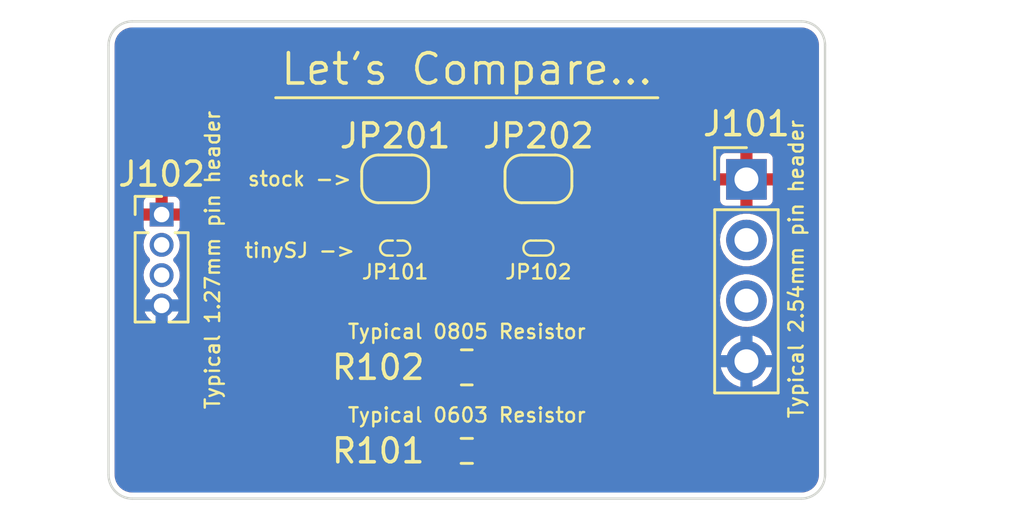
<source format=kicad_pcb>
(kicad_pcb (version 20211014) (generator pcbnew)
  (layers (0 "F.Cu" signal) (31 "B.Cu" signal) (34 "B.Paste" user) (35 "F.Paste" user) (36 "B.SilkS" user "B.Silkscreen") (37 "F.SilkS" user "F.Silkscreen") (38 "B.Mask" user) (39 "F.Mask" user) (44 "Edge.Cuts" user))
  (net 0 "")
  (net 9 "Vcc")
  (net 10 "GND")
  (footprint "Resistor_SMD:R_0603_1608Metric" (layer "F.Cu") (at 100 108)
    (fp_text reference "R101" (at -3.7084 0) (layer "F.SilkS"))
    (fp_text value "R")
    (fp_line (start -0.237258 -0.5225) (end 0.237258 -0.5225) (layer "F.SilkS") (width 0.12))
    (fp_line (start -0.237258 0.5225) (end 0.237258 0.5225) (layer "F.SilkS") (width 0.12))
    (pad "1" smd roundrect (at -0.825 0) (size 0.8 0.95) (layers "F.Cu" "F.Paste" "F.Mask"))
    (pad "2" smd roundrect (at 0.825 0) (size 0.8 0.95) (layers "F.Cu" "F.Paste" "F.Mask"))
  )
  (footprint "Customs:tinySJ-Bridged" (layer "F.Cu") (at 97 99.5)
    (fp_text reference "JP101" (at 0 1) (layer "F.SilkS") (effects (font (size 0.6 0.6) (thickness 0.1))))
    (fp_text value "Jumper_2_Bridged" hide)
    (fp_poly (pts (xy -0.407505 -0.119217) (xy 0.433517 -0.119216) (xy 0.433517 0.123553) (xy -0.407505 0.123552)) (layer "F.Cu") (width 0) (fill solid))
    (fp_line (start -0.1 0.314) (end -0.314 0.314) (layer "F.SilkS") (width 0.1))
    (fp_line (start -0.314 -0.314) (end -0.1 -0.314) (layer "F.SilkS") (width 0.1))
    (fp_line (start 0.314 0.314) (end 0.1 0.314) (layer "F.SilkS") (width 0.1))
    (fp_line (start 0.1 -0.314) (end 0.314 -0.314) (layer "F.SilkS") (width 0.1))
    (fp_arc (start -0.314 0.314) (mid -0.628 0) (end -0.314 -0.314) (layer "F.SilkS") (width 0.1))
    (fp_arc (start 0.314 -0.314) (mid 0.628 0) (end 0.314 0.314) (layer "F.SilkS") (width 0.1))
    (pad "1" smd circle (at -0.314 0) (size 0.5 0.5) (layers "F.Cu" "F.Mask"))
    (pad "1" smd rect (at -0.189 0) (size 0.25 0.5) (layers "F.Cu" "F.Mask"))
    (pad "2" smd rect (at 0.189 0) (size 0.25 0.5) (layers "F.Cu" "F.Mask"))
    (pad "2" smd circle (at 0.314 0) (size 0.5 0.5) (layers "F.Cu" "F.Mask"))
  )
  (footprint "Connector_PinHeader_1.27mm:PinHeader_1x04_P1.27mm_Vertical" (layer "F.Cu") (at 87.2236 98.095)
    (fp_text reference "J102" (at 0 -1.695) (layer "F.SilkS"))
    (fp_text value "Conn_01x04_Male")
    (fp_line (start -1.11 0.76) (end -1.11 4.505) (layer "F.SilkS") (width 0.12))
    (fp_line (start 0.563471 0.76) (end 1.11 0.76) (layer "F.SilkS") (width 0.12))
    (fp_line (start -1.11 -0.76) (end 0 -0.76) (layer "F.SilkS") (width 0.12))
    (fp_line (start 1.11 0.76) (end 1.11 4.505) (layer "F.SilkS") (width 0.12))
    (fp_line (start -1.11 0) (end -1.11 -0.76) (layer "F.SilkS") (width 0.12))
    (fp_line (start 0.30753 4.505) (end 1.11 4.505) (layer "F.SilkS") (width 0.12))
    (fp_line (start -1.11 4.505) (end -0.30753 4.505) (layer "F.SilkS") (width 0.12))
    (fp_line (start -1.11 0.76) (end -0.563471 0.76) (layer "F.SilkS") (width 0.12))
    (pad "1" thru_hole rect (at 0 0) (size 1 1) (drill 0.65) (layers *.Cu *.Mask) (net 9 "Vcc"))
    (pad "2" thru_hole oval (at 0 1.27) (size 1 1) (drill 0.65) (layers *.Cu *.Mask))
    (pad "3" thru_hole oval (at 0 2.54) (size 1 1) (drill 0.65) (layers *.Cu *.Mask))
    (pad "4" thru_hole oval (at 0 3.81) (size 1 1) (drill 0.65) (layers *.Cu *.Mask) (net 10 "GND"))
  )
  (footprint "Resistor_SMD:R_0805_2012Metric" (layer "F.Cu") (at 100 104.5)
    (fp_text reference "R102" (at -3.7084 0) (layer "F.SilkS"))
    (fp_text value "R")
    (fp_line (start -0.227064 0.735) (end 0.227064 0.735) (layer "F.SilkS") (width 0.12))
    (fp_line (start -0.227064 -0.735) (end 0.227064 -0.735) (layer "F.SilkS") (width 0.12))
    (pad "1" smd roundrect (at -0.9125 0) (size 1.025 1.4) (layers "F.Cu" "F.Paste" "F.Mask") (roundrect_rratio 0.243902))
    (pad "2" smd roundrect (at 0.9125 0) (size 1.025 1.4) (layers "F.Cu" "F.Paste" "F.Mask") (roundrect_rratio 0.243902))
  )
  (footprint "Jumper:SolderJumper-2_P1.3mm_Bridged_RoundedPad1.0x1.5mm" (layer "F.Cu") (at 97 96.6)
    (fp_text reference "JP201" (at 0 -1.8) (layer "F.SilkS"))
    (fp_text value "Jumper_2_Bridged")
    (fp_poly (pts (xy 0.25 -0.3) (xy -0.25 -0.3) (xy -0.25 0.3) (xy 0.25 0.3)) (layer "F.Cu") (width 0) (fill solid))
    (fp_line (start -1.4 0.3) (end -1.4 -0.3) (layer "F.SilkS") (width 0.12))
    (fp_line (start -0.7 -1) (end 0.7 -1) (layer "F.SilkS") (width 0.12))
    (fp_line (start 0.7 1) (end -0.7 1) (layer "F.SilkS") (width 0.12))
    (fp_line (start 1.4 -0.3) (end 1.4 0.3) (layer "F.SilkS") (width 0.12))
    (fp_arc (start 1.4 0.3) (mid 1.194975 0.794975) (end 0.7 1) (layer "F.SilkS") (width 0.12))
    (fp_arc (start 0.7 -1) (mid 1.194975 -0.794975) (end 1.4 -0.3) (layer "F.SilkS") (width 0.12))
    (fp_arc (start -1.4 -0.3) (mid -1.194975 -0.794975) (end -0.7 -1) (layer "F.SilkS") (width 0.12))
    (fp_arc (start -0.7 1) (mid -1.194975 0.794975) (end -1.4 0.3) (layer "F.SilkS") (width 0.12))
    (pad "1" smd custom (at -0.65 0) (size 1 0.5) (layers "F.Cu" "F.Mask") (options (clearance outline) (anchor rect)) (primitives (gr_circle (center 0 0.25) (end 0.5 0.25) (width 0) (fill yes)) (gr_circle (center 0 -0.25) (end 0.5 -0.25) (width 0) (fill yes)) (gr_poly (pts (xy 0.5 0.75) (xy 0 0.75) (xy 0 -0.75) (xy 0.5 -0.75)) (width 0) (fill yes))))
    (pad "2" smd custom (at 0.65 0) (size 1 0.5) (layers "F.Cu" "F.Mask") (options (clearance outline) (anchor rect)) (primitives (gr_circle (center 0 0.25) (end 0.5 0.25) (width 0) (fill yes)) (gr_circle (center 0 -0.25) (end 0.5 -0.25) (width 0) (fill yes)) (gr_poly (pts (xy 0 0.75) (xy -0.5 0.75) (xy -0.5 -0.75) (xy 0 -0.75)) (width 0) (fill yes))))
  )
  (footprint "Customs:tinySJ-Open" (layer "F.Cu") (at 103 99.5)
    (fp_text reference "JP102" (at 0 1) (layer "F.SilkS") (effects (font (size 0.6 0.6) (thickness 0.1))))
    (fp_text value "Jumper_2_Open" hide)
    (fp_line (start 0.1 -0.314) (end 0.314 -0.314) (layer "F.SilkS") (width 0.1))
    (fp_line (start -0.314 -0.314) (end -0.1 -0.314) (layer "F.SilkS") (width 0.1))
    (fp_line (start 0.314 0.314) (end 0.1 0.314) (layer "F.SilkS") (width 0.1))
    (fp_line (start -0.1 -0.314) (end 0.1 -0.314) (layer "F.SilkS") (width 0.1))
    (fp_line (start -0.1 0.314) (end -0.314 0.314) (layer "F.SilkS") (width 0.1))
    (fp_line (start -0.1 0.314) (end 0.1 0.314) (layer "F.SilkS") (width 0.1))
    (fp_arc (start -0.314 0.314) (mid -0.628 0) (end -0.314 -0.314) (layer "F.SilkS") (width 0.1))
    (fp_arc (start 0.314 -0.314) (mid 0.628 0) (end 0.314 0.314) (layer "F.SilkS") (width 0.1))
    (pad "1" smd rect (at -0.189 0) (size 0.25 0.5) (layers "F.Cu" "F.Mask"))
    (pad "1" smd circle (at -0.314 0) (size 0.5 0.5) (layers "F.Cu" "F.Mask"))
    (pad "2" smd circle (at 0.314 0) (size 0.5 0.5) (layers "F.Cu" "F.Mask"))
    (pad "2" smd rect (at 0.189 0) (size 0.25 0.5) (layers "F.Cu" "F.Mask"))
  )
  (footprint "Jumper:SolderJumper-2_P1.3mm_Open_RoundedPad1.0x1.5mm" (layer "F.Cu") (at 103 96.6)
    (fp_text reference "JP202" (at 0 -1.8) (layer "F.SilkS"))
    (fp_text value "Jumper_2_Open")
    (fp_line (start 1.4 -0.3) (end 1.4 0.3) (layer "F.SilkS") (width 0.12))
    (fp_line (start -0.7 -1) (end 0.7 -1) (layer "F.SilkS") (width 0.12))
    (fp_line (start -1.4 0.3) (end -1.4 -0.3) (layer "F.SilkS") (width 0.12))
    (fp_line (start 0.7 1) (end -0.7 1) (layer "F.SilkS") (width 0.12))
    (fp_arc (start -1.4 -0.3) (mid -1.194975 -0.794975) (end -0.7 -1) (layer "F.SilkS") (width 0.12))
    (fp_arc (start -0.7 1) (mid -1.194975 0.794975) (end -1.4 0.3) (layer "F.SilkS") (width 0.12))
    (fp_arc (start 0.7 -1) (mid 1.194975 -0.794975) (end 1.4 -0.3) (layer "F.SilkS") (width 0.12))
    (fp_arc (start 1.4 0.3) (mid 1.194975 0.794975) (end 0.7 1) (layer "F.SilkS") (width 0.12))
    (pad "1" smd custom (at -0.65 0) (size 1 0.5) (layers "F.Cu" "F.Mask") (options (clearance outline) (anchor rect)) (primitives (gr_circle (center 0 0.25) (end 0.5 0.25) (width 0) (fill yes)) (gr_circle (center 0 -0.25) (end 0.5 -0.25) (width 0) (fill yes)) (gr_poly (pts (xy 0.5 0.75) (xy 0 0.75) (xy 0 -0.75) (xy 0.5 -0.75)) (width 0) (fill yes))))
    (pad "2" smd custom (at 0.65 0) (size 1 0.5) (layers "F.Cu" "F.Mask") (options (clearance outline) (anchor rect)) (primitives (gr_circle (center 0 0.25) (end 0.5 0.25) (width 0) (fill yes)) (gr_circle (center 0 -0.25) (end 0.5 -0.25) (width 0) (fill yes)) (gr_poly (pts (xy 0 0.75) (xy -0.5 0.75) (xy -0.5 -0.75) (xy 0 -0.75)) (width 0) (fill yes))))
  )
  (footprint "Connector_PinHeader_2.54mm:PinHeader_1x04_P2.54mm_Vertical" (layer "F.Cu") (at 111.7092 96.6216)
    (fp_text reference "J101" (at 0 -2.33) (layer "F.SilkS"))
    (fp_text value "Conn_01x04_Male")
    (fp_line (start 1.33 1.27) (end 1.33 8.95) (layer "F.SilkS") (width 0.12))
    (fp_line (start -1.33 -1.33) (end 0 -1.33) (layer "F.SilkS") (width 0.12))
    (fp_line (start -1.33 1.27) (end -1.33 8.95) (layer "F.SilkS") (width 0.12))
    (fp_line (start -1.33 0) (end -1.33 -1.33) (layer "F.SilkS") (width 0.12))
    (fp_line (start -1.33 8.95) (end 1.33 8.95) (layer "F.SilkS") (width 0.12))
    (fp_line (start -1.33 1.27) (end 1.33 1.27) (layer "F.SilkS") (width 0.12))
    (pad "1" thru_hole rect (at 0 0) (size 1.7 1.7) (drill 1) (layers *.Cu *.Mask) (net 9 "Vcc"))
    (pad "2" thru_hole oval (at 0 2.54) (size 1.7 1.7) (drill 1) (layers *.Cu *.Mask))
    (pad "3" thru_hole oval (at 0 5.08) (size 1.7 1.7) (drill 1) (layers *.Cu *.Mask))
    (pad "4" thru_hole oval (at 0 7.62) (size 1.7 1.7) (drill 1) (layers *.Cu *.Mask) (net 10 "GND"))
  )
  (gr_line (start 92 93.2) (end 108 93.2) (layer "F.SilkS") (width 0.12))
  (gr_line (start 115 109) (end 115 91) (layer "Edge.Cuts") (width 0.1))
  (gr_arc (start 115 109) (mid 114.707107 109.707107) (end 114 110) (layer "Edge.Cuts") (width 0.1))
  (gr_arc (start 114 90) (mid 114.707107 90.292893) (end 115 91) (layer "Edge.Cuts") (width 0.1))
  (gr_line (start 85 91) (end 85 109) (layer "Edge.Cuts") (width 0.1))
  (gr_line (start 114 90) (end 86 90) (layer "Edge.Cuts") (width 0.1))
  (gr_arc (start 86 110) (mid 85.292893 109.707107) (end 85 109) (layer "Edge.Cuts") (width 0.1))
  (gr_line (start 86 110) (end 114 110) (layer "Edge.Cuts") (width 0.1))
  (gr_arc (start 85 91) (mid 85.292893 90.292893) (end 86 90) (layer "Edge.Cuts") (width 0.1))
  (gr_text "Typical 0805 Resistor" (at 100 103) (layer "F.SilkS") (effects (font (size 0.6 0.6) (thickness 0.1))))
  (gr_text "Typical 2.54mm pin header" (at 113.792 100.3808 90) (layer "F.SilkS") (effects (font (size 0.6 0.6) (thickness 0.1))))
  (gr_text "Let's Compare..." (at 100 92) (layer "F.SilkS") (effects (font (size 1.27 1.27))))
  (gr_text "Typical 1.27mm pin header" (at 89.3572 100 90) (layer "F.SilkS") (effects (font (size 0.6 0.6) (thickness 0.1))))
  (gr_text "tinySJ ->" (at 93 99.6) (layer "F.SilkS") (effects (font (size 0.6 0.6) (thickness 0.1))))
  (gr_text "stock ->" (at 93 96.6) (layer "F.SilkS") (effects (font (size 0.6 0.6) (thickness 0.1))))
  (gr_text "Typical 0603 Resistor" (at 100 106.5) (layer "F.SilkS") (effects (font (size 0.6 0.6) (thickness 0.1))))
  (zone (net 9) (net_name "Vcc") (layer "F.Cu") (name "Board Top") (connect_pads (clearance 0.254)) (min_thickness 0.254) (fill yes (thermal_gap 0.254) (thermal_bridge_width 0.508))
    (polygon (pts (xy 122.936 110.3884) (xy 84.3788 110.3884) (xy 84.3788 89.5096) (xy 122.936 89.5096)))
  )
  (zone (net 10) (net_name "GND") (layer "B.Cu") (name "Board Bottom") (connect_pads (clearance 0.254)) (min_thickness 0.254) (fill yes (thermal_gap 0.254) (thermal_bridge_width 0.508))
    (polygon (pts (xy 123.3424 110.8456) (xy 83.9724 110.8456) (xy 83.9724 89.1032) (xy 123.3424 89.1032)))
  )
)
</source>
